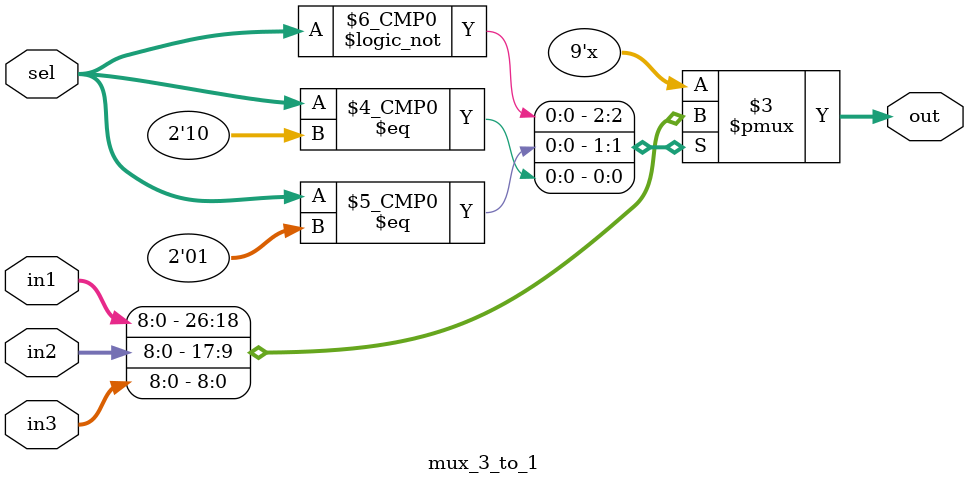
<source format=v>
module mux_3_to_1(in1,in2,in3,sel,out);
  input wire [8:0] in1, in2,in3;
  input wire [1:0] sel;
  
  output reg [8:0] out;
  
  always @(in1,in2,in3,sel)
    begin
      out = 0;
      case(sel)
        2'b00 : out = in1;
        2'b01 : out = in2;
        2'b10 : out = in3;
        default: out = 'bx;
      endcase
    end
  
endmodule
</source>
